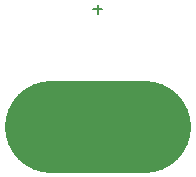
<source format=gto>
%TF.GenerationSoftware,KiCad,Pcbnew,4.0.5-e0-6337~49~ubuntu16.04.1*%
%TF.CreationDate,2017-01-13T07:18:06-08:00*%
%TF.ProjectId,2x2-LED-TH-5mm-Pitch,3278322D4C45442D54482D356D6D2D50,1.0*%
%TF.FileFunction,Legend,Top*%
%FSLAX46Y46*%
G04 Gerber Fmt 4.6, Leading zero omitted, Abs format (unit mm)*
G04 Created by KiCad (PCBNEW 4.0.5-e0-6337~49~ubuntu16.04.1) date Fri Jan 13 07:18:06 2017*
%MOMM*%
%LPD*%
G01*
G04 APERTURE LIST*
%ADD10C,0.350000*%
%ADD11C,7.800000*%
%ADD12C,0.150000*%
G04 APERTURE END LIST*
D10*
D11*
X134240000Y-96520000D02*
X142240000Y-96520000D01*
D12*
X137859048Y-86591429D02*
X138620953Y-86591429D01*
X138240001Y-86972381D02*
X138240001Y-86210476D01*
X137859048Y-99591429D02*
X138620953Y-99591429D01*
M02*

</source>
